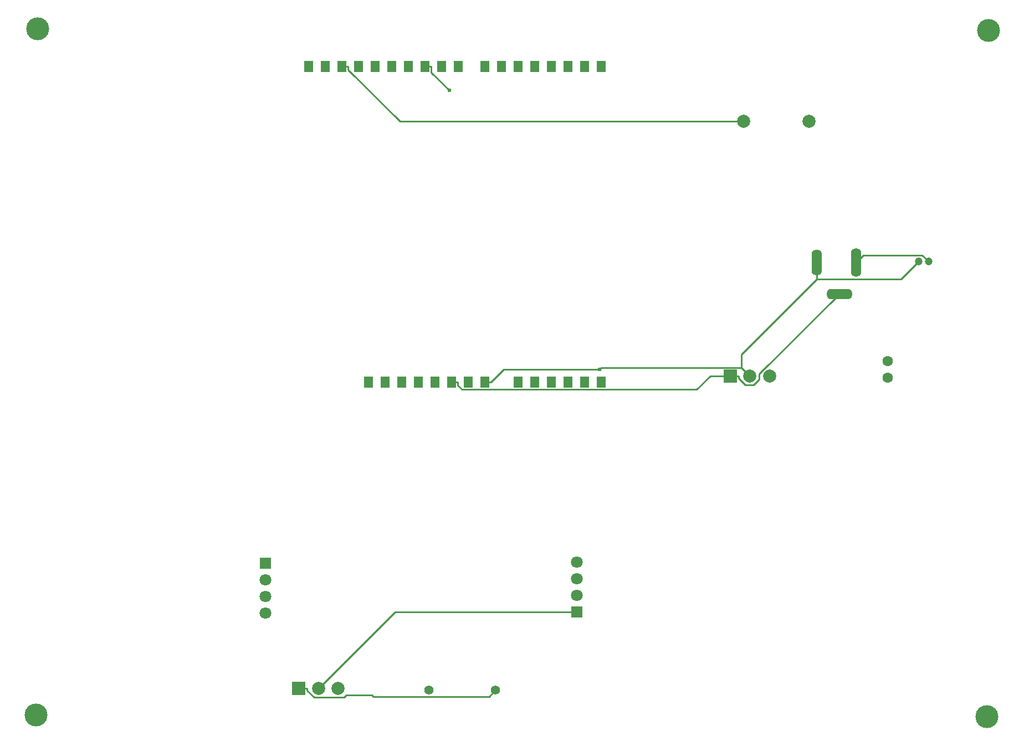
<source format=gtl>
G04 Layer: TopLayer*
G04 EasyEDA v6.5.51, 2025-12-29 20:22:51*
G04 8c801f094042406f8d7acb605edc259c,d5e4be961509469492984ab41ac85589,10*
G04 Gerber Generator version 0.2*
G04 Scale: 100 percent, Rotated: No, Reflected: No *
G04 Dimensions in millimeters *
G04 leading zeros omitted , absolute positions ,4 integer and 5 decimal *
%FSLAX45Y45*%
%MOMM*%

%ADD10C,0.2540*%
%ADD11C,1.2000*%
%ADD12C,2.0000*%
%ADD13R,2.0000X2.0000*%
%ADD14R,1.4224X1.7069*%
%ADD15C,1.4000*%
%ADD16C,1.8000*%
%ADD17R,1.8000X1.8000*%
%ADD18C,1.6000*%
%ADD19C,0.0136*%
%ADD20O,1.599997X3.999992*%
%ADD21O,1.599997X4.399991*%
%ADD22O,3.999992X1.599997*%
%ADD23C,3.5000*%
%ADD24C,0.6096*%

%LPD*%
D10*
X13609703Y6946900D02*
G01*
X8355332Y6946900D01*
X7566687Y7735544D01*
X7566687Y7785100D01*
X7467602Y7785100D02*
G01*
X7566687Y7785100D01*
X15324101Y4786604D02*
G01*
X15436776Y4899279D01*
X16333929Y4899279D01*
X16432608Y4800600D01*
X9819109Y-1752600D02*
G01*
X9720379Y-1851329D01*
X7952031Y-1851329D01*
X7930314Y-1829612D01*
X7538138Y-1829612D01*
X7505169Y-1862581D01*
X7043371Y-1862581D01*
X6939968Y-1759178D01*
X6939968Y-1727200D01*
X6812003Y-1727200D02*
G01*
X6939968Y-1727200D01*
X9243087Y2959125D02*
G01*
X9243087Y2909595D01*
X9309813Y2842869D01*
X12892051Y2842869D01*
X13097182Y3048000D01*
X13403303Y3048000D01*
X9144002Y2959125D02*
G01*
X9243087Y2959125D01*
X15074089Y4306595D02*
G01*
X13847752Y3080257D01*
X13847752Y2997428D01*
X13764414Y2914091D01*
X13633198Y2914091D01*
X13531268Y3016021D01*
X13531268Y3048000D01*
X13403303Y3048000D02*
G01*
X13531268Y3048000D01*
X11061702Y-558800D02*
G01*
X8280402Y-558800D01*
X7112002Y-1727200D01*
X9652002Y2959125D02*
G01*
X9751087Y2959125D01*
X14724103Y4786604D02*
G01*
X14724103Y4530852D01*
X14724103Y4530852D02*
G01*
X16012848Y4530852D01*
X16282596Y4800600D01*
X13575210Y3176092D02*
G01*
X13575210Y3381959D01*
X14724103Y4530852D01*
X13575210Y3176092D02*
G01*
X13703302Y3048000D01*
X11408818Y3148380D02*
G01*
X11436530Y3176092D01*
X13575210Y3176092D01*
X9751087Y2959125D02*
G01*
X9940343Y3148380D01*
X11408818Y3148380D01*
X8737602Y7785100D02*
G01*
X8836687Y7785100D01*
X8836687Y7785100D02*
G01*
X8836687Y7691348D01*
X9109509Y7418527D01*
D11*
G01*
X16432606Y4800600D03*
G01*
X16282593Y4800600D03*
D12*
G01*
X14003299Y3048000D03*
G01*
X13703300Y3048000D03*
D13*
G01*
X13403300Y3048000D03*
D12*
G01*
X7411999Y-1727200D03*
G01*
X7112000Y-1727200D03*
D13*
G01*
X6812000Y-1727200D03*
D14*
G01*
X9245600Y7785087D03*
G01*
X8991600Y7785087D03*
G01*
X8737600Y7785087D03*
G01*
X8483600Y7785087D03*
G01*
X8229600Y7785087D03*
G01*
X7975600Y7785087D03*
G01*
X7721600Y7785087D03*
G01*
X7467600Y7785087D03*
G01*
X7213600Y7785087D03*
G01*
X6959600Y7785087D03*
G01*
X11430000Y7785087D03*
G01*
X11176000Y7785087D03*
G01*
X10922000Y7785087D03*
G01*
X10668000Y7785087D03*
G01*
X10414000Y7785087D03*
G01*
X10160000Y7785087D03*
G01*
X9906000Y7785087D03*
G01*
X9652000Y7785087D03*
G01*
X10160000Y2959112D03*
G01*
X10414000Y2959112D03*
G01*
X10668000Y2959112D03*
G01*
X10922000Y2959112D03*
G01*
X11176000Y2959112D03*
G01*
X11430000Y2959112D03*
G01*
X7874000Y2959112D03*
G01*
X8128000Y2959112D03*
G01*
X8382000Y2959112D03*
G01*
X8636000Y2959112D03*
G01*
X8890000Y2959112D03*
G01*
X9144000Y2959112D03*
G01*
X9398000Y2959112D03*
G01*
X9652000Y2959112D03*
D15*
G01*
X8799093Y-1752600D03*
G01*
X9819106Y-1752600D03*
D16*
G01*
X6299200Y-571500D03*
G01*
X6299200Y-317500D03*
G01*
X6299200Y-63500D03*
D17*
G01*
X6299200Y190500D03*
D16*
G01*
X11061700Y203200D03*
G01*
X11061700Y-50800D03*
G01*
X11061700Y-304800D03*
D17*
G01*
X11061700Y-558800D03*
D18*
G01*
X15811500Y3276749D03*
G01*
X15811500Y3022445D03*
D12*
G01*
X14609699Y6946900D03*
G01*
X13609700Y6946900D03*
D20*
G01*
X14724110Y4786599D03*
D21*
G01*
X15324109Y4786599D03*
D22*
G01*
X15074097Y4306590D03*
D23*
G01*
X17348200Y8331200D03*
G01*
X17322800Y-2159000D03*
G01*
X2794000Y-2133600D03*
G01*
X2819400Y8356600D03*
D24*
G01*
X9109509Y7418527D03*
G01*
X11408818Y3148380D03*
M02*

</source>
